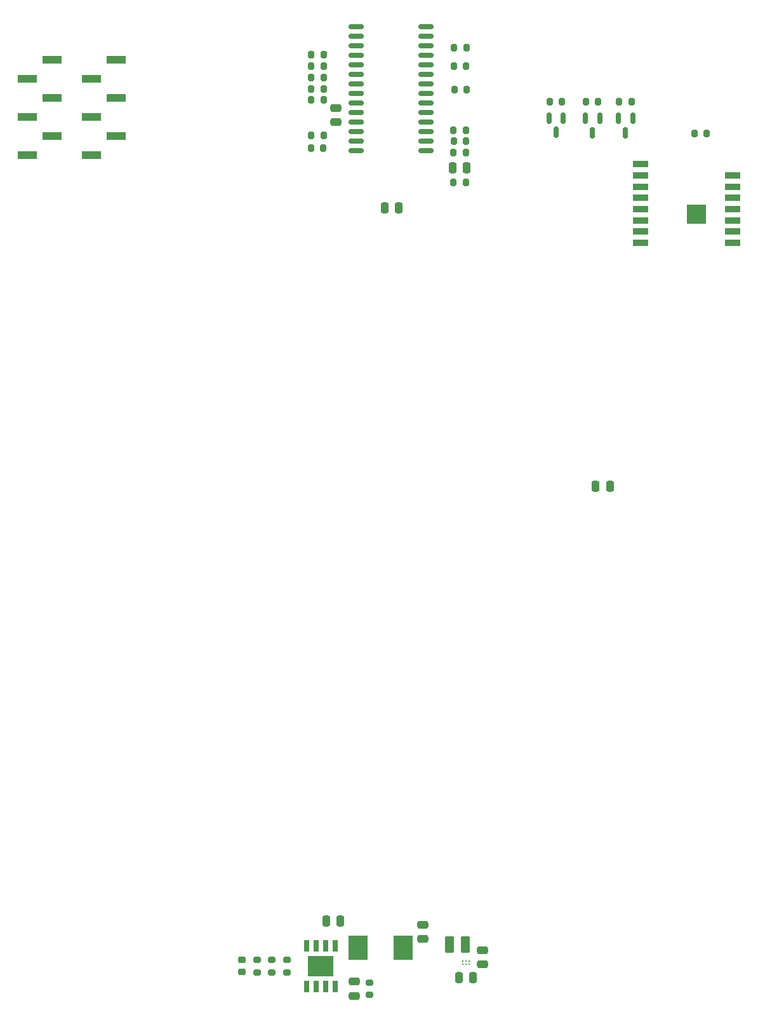
<source format=gbp>
%TF.GenerationSoftware,KiCad,Pcbnew,(6.0.2)*%
%TF.CreationDate,2022-04-22T14:35:52+01:00*%
%TF.ProjectId,DiscAdventure,44697363-4164-4766-956e-747572652e6b,rev?*%
%TF.SameCoordinates,Original*%
%TF.FileFunction,Paste,Bot*%
%TF.FilePolarity,Positive*%
%FSLAX46Y46*%
G04 Gerber Fmt 4.6, Leading zero omitted, Abs format (unit mm)*
G04 Created by KiCad (PCBNEW (6.0.2)) date 2022-04-22 14:35:52*
%MOMM*%
%LPD*%
G01*
G04 APERTURE LIST*
G04 Aperture macros list*
%AMRoundRect*
0 Rectangle with rounded corners*
0 $1 Rounding radius*
0 $2 $3 $4 $5 $6 $7 $8 $9 X,Y pos of 4 corners*
0 Add a 4 corners polygon primitive as box body*
4,1,4,$2,$3,$4,$5,$6,$7,$8,$9,$2,$3,0*
0 Add four circle primitives for the rounded corners*
1,1,$1+$1,$2,$3*
1,1,$1+$1,$4,$5*
1,1,$1+$1,$6,$7*
1,1,$1+$1,$8,$9*
0 Add four rect primitives between the rounded corners*
20,1,$1+$1,$2,$3,$4,$5,0*
20,1,$1+$1,$4,$5,$6,$7,0*
20,1,$1+$1,$6,$7,$8,$9,0*
20,1,$1+$1,$8,$9,$2,$3,0*%
G04 Aperture macros list end*
%ADD10R,0.650000X1.500000*%
%ADD11R,3.350000X2.710000*%
%ADD12C,0.208000*%
%ADD13R,2.550000X3.200000*%
%ADD14R,2.000000X0.900000*%
%ADD15R,2.500000X2.500000*%
%ADD16RoundRect,0.250000X-0.250000X-0.475000X0.250000X-0.475000X0.250000X0.475000X-0.250000X0.475000X0*%
%ADD17RoundRect,0.200000X-0.200000X-0.275000X0.200000X-0.275000X0.200000X0.275000X-0.200000X0.275000X0*%
%ADD18RoundRect,0.150000X-0.150000X0.587500X-0.150000X-0.587500X0.150000X-0.587500X0.150000X0.587500X0*%
%ADD19R,2.510000X1.000000*%
%ADD20RoundRect,0.200000X0.200000X0.275000X-0.200000X0.275000X-0.200000X-0.275000X0.200000X-0.275000X0*%
%ADD21RoundRect,0.150000X0.875000X0.150000X-0.875000X0.150000X-0.875000X-0.150000X0.875000X-0.150000X0*%
%ADD22RoundRect,0.250000X-0.375000X-0.850000X0.375000X-0.850000X0.375000X0.850000X-0.375000X0.850000X0*%
%ADD23RoundRect,0.250000X0.475000X-0.250000X0.475000X0.250000X-0.475000X0.250000X-0.475000X-0.250000X0*%
%ADD24RoundRect,0.250000X-0.475000X0.250000X-0.475000X-0.250000X0.475000X-0.250000X0.475000X0.250000X0*%
%ADD25RoundRect,0.200000X-0.275000X0.200000X-0.275000X-0.200000X0.275000X-0.200000X0.275000X0.200000X0*%
%ADD26RoundRect,0.218750X-0.256250X0.218750X-0.256250X-0.218750X0.256250X-0.218750X0.256250X0.218750X0*%
%ADD27RoundRect,0.200000X0.275000X-0.200000X0.275000X0.200000X-0.275000X0.200000X-0.275000X-0.200000X0*%
G04 APERTURE END LIST*
D10*
%TO.C,IC3*%
X81050291Y-148683229D03*
X82320291Y-148683229D03*
X83590291Y-148683229D03*
X84860291Y-148683229D03*
X84860291Y-154083229D03*
X83590291Y-154083229D03*
X82320291Y-154083229D03*
X81050291Y-154083229D03*
D11*
X82955291Y-151383229D03*
%TD*%
D12*
%TO.C,IC2*%
X101915755Y-150712157D03*
X101915755Y-151112157D03*
X102315755Y-150712157D03*
X102315755Y-151112157D03*
X102715755Y-150712157D03*
X102715755Y-151112157D03*
%TD*%
D13*
%TO.C,L1*%
X87955291Y-148883229D03*
X93955291Y-148883229D03*
%TD*%
D14*
%TO.C,U1*%
X137893717Y-46043996D03*
X137893717Y-47543996D03*
X137893717Y-49043996D03*
X137893717Y-50543996D03*
X137893717Y-52043996D03*
X137893717Y-53543996D03*
X137893717Y-55043996D03*
X125593717Y-55043996D03*
X125593717Y-53543996D03*
X125593717Y-52043996D03*
X125593717Y-50543996D03*
X125593717Y-49043996D03*
X125593717Y-47543996D03*
X125593717Y-46043996D03*
X125593717Y-44543996D03*
D15*
X133043717Y-51243996D03*
%TD*%
D16*
%TO.C,C1*%
X83663012Y-145390069D03*
X85563012Y-145390069D03*
%TD*%
D17*
%TO.C,R18*%
X100675000Y-40000000D03*
X102325000Y-40000000D03*
%TD*%
D18*
%TO.C,Q4*%
X118254006Y-38464893D03*
X120154006Y-38464893D03*
X119204006Y-40339893D03*
%TD*%
D19*
%TO.C,J1*%
X47155000Y-30650000D03*
X43845000Y-33190000D03*
X47155000Y-35730000D03*
X43845000Y-38270000D03*
X47155000Y-40810000D03*
X43845000Y-43350000D03*
%TD*%
D17*
%TO.C,R14*%
X81659918Y-42401435D03*
X83309918Y-42401435D03*
%TD*%
%TO.C,R6*%
X118316650Y-36263759D03*
X119966650Y-36263759D03*
%TD*%
D20*
%TO.C,R19*%
X102325000Y-47000000D03*
X100675000Y-47000000D03*
%TD*%
D21*
%TO.C,IC1*%
X96956642Y-26217834D03*
X96956642Y-27487834D03*
X96956642Y-28757834D03*
X96956642Y-30027834D03*
X96956642Y-31297834D03*
X96956642Y-32567834D03*
X96956642Y-33837834D03*
X96956642Y-35107834D03*
X96956642Y-36377834D03*
X96956642Y-37647834D03*
X96956642Y-38917834D03*
X96956642Y-40187834D03*
X96956642Y-41457834D03*
X96956642Y-42727834D03*
X87656642Y-42727834D03*
X87656642Y-41457834D03*
X87656642Y-40187834D03*
X87656642Y-38917834D03*
X87656642Y-37647834D03*
X87656642Y-36377834D03*
X87656642Y-35107834D03*
X87656642Y-33837834D03*
X87656642Y-32567834D03*
X87656642Y-31297834D03*
X87656642Y-30027834D03*
X87656642Y-28757834D03*
X87656642Y-27487834D03*
X87656642Y-26217834D03*
%TD*%
D22*
%TO.C,L2*%
X100122364Y-148457151D03*
X102272364Y-148457151D03*
%TD*%
D20*
%TO.C,R7*%
X83320014Y-34499772D03*
X81670014Y-34499772D03*
%TD*%
D17*
%TO.C,R20*%
X100675000Y-43000000D03*
X102325000Y-43000000D03*
%TD*%
D20*
%TO.C,R12*%
X102341103Y-31489554D03*
X100691103Y-31489554D03*
%TD*%
D17*
%TO.C,R17*%
X81675000Y-31500000D03*
X83325000Y-31500000D03*
%TD*%
D23*
%TO.C,C4*%
X85000000Y-38950000D03*
X85000000Y-37050000D03*
%TD*%
D17*
%TO.C,R1*%
X100789254Y-34581335D03*
X102439254Y-34581335D03*
%TD*%
D18*
%TO.C,Q2*%
X122660564Y-38464893D03*
X124560564Y-38464893D03*
X123610564Y-40339893D03*
%TD*%
D24*
%TO.C,C2*%
X87455291Y-153433229D03*
X87455291Y-155333229D03*
%TD*%
D17*
%TO.C,R15*%
X81706252Y-40702505D03*
X83356252Y-40702505D03*
%TD*%
D23*
%TO.C,C9*%
X96554731Y-147745758D03*
X96554731Y-145845758D03*
%TD*%
D17*
%TO.C,R11*%
X100744268Y-29068477D03*
X102394268Y-29068477D03*
%TD*%
D20*
%TO.C,R13*%
X102334111Y-41512872D03*
X100684111Y-41512872D03*
%TD*%
D25*
%TO.C,R5*%
X74455291Y-150558229D03*
X74455291Y-152208229D03*
%TD*%
D17*
%TO.C,R16*%
X81675000Y-30000000D03*
X83325000Y-30000000D03*
%TD*%
D24*
%TO.C,C8*%
X104486407Y-149261871D03*
X104486407Y-151161871D03*
%TD*%
D17*
%TO.C,R8*%
X81677977Y-32986679D03*
X83327977Y-32986679D03*
%TD*%
%TO.C,R4*%
X81675000Y-36000000D03*
X83325000Y-36000000D03*
%TD*%
D18*
%TO.C,Q1*%
X113381849Y-38415007D03*
X115281849Y-38415007D03*
X114331849Y-40290007D03*
%TD*%
D25*
%TO.C,R3*%
X89455291Y-153558229D03*
X89455291Y-155208229D03*
%TD*%
D16*
%TO.C,C7*%
X101371799Y-152915056D03*
X103271799Y-152915056D03*
%TD*%
%TO.C,C3*%
X91488039Y-50386719D03*
X93388039Y-50386719D03*
%TD*%
D26*
%TO.C,F1*%
X72455291Y-150558229D03*
X72455291Y-152133229D03*
%TD*%
D16*
%TO.C,C11*%
X119622468Y-87434059D03*
X121522468Y-87434059D03*
%TD*%
D19*
%TO.C,J6*%
X55655000Y-30650000D03*
X52345000Y-33190000D03*
X55655000Y-35730000D03*
X52345000Y-38270000D03*
X55655000Y-40810000D03*
X52345000Y-43350000D03*
%TD*%
D17*
%TO.C,R23*%
X113482223Y-36199537D03*
X115132223Y-36199537D03*
%TD*%
%TO.C,R24*%
X122769218Y-36251320D03*
X124419218Y-36251320D03*
%TD*%
D27*
%TO.C,R22*%
X78455291Y-152208229D03*
X78455291Y-150558229D03*
%TD*%
D16*
%TO.C,C6*%
X100550000Y-45000000D03*
X102450000Y-45000000D03*
%TD*%
D27*
%TO.C,R21*%
X76455291Y-152208229D03*
X76455291Y-150558229D03*
%TD*%
D17*
%TO.C,R2*%
X132775350Y-40468559D03*
X134425350Y-40468559D03*
%TD*%
M02*

</source>
